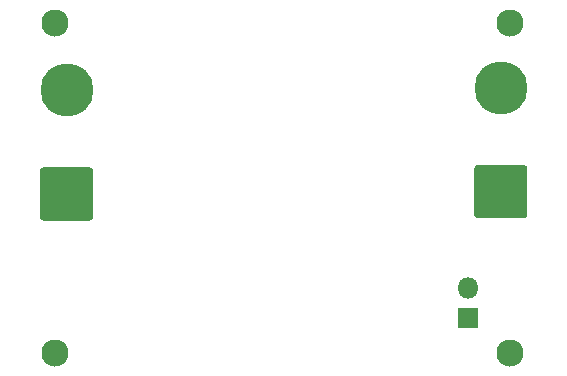
<source format=gbr>
%TF.GenerationSoftware,KiCad,Pcbnew,5.1.6*%
%TF.CreationDate,2020-09-21T04:05:30+02:00*%
%TF.ProjectId,AL8853_Led_driver,414c3838-3533-45f4-9c65-645f64726976,rev?*%
%TF.SameCoordinates,Original*%
%TF.FileFunction,Soldermask,Bot*%
%TF.FilePolarity,Negative*%
%FSLAX46Y46*%
G04 Gerber Fmt 4.6, Leading zero omitted, Abs format (unit mm)*
G04 Created by KiCad (PCBNEW 5.1.6) date 2020-09-21 04:05:30*
%MOMM*%
%LPD*%
G01*
G04 APERTURE LIST*
%ADD10O,1.800000X1.800000*%
%ADD11R,1.800000X1.800000*%
%ADD12C,2.300000*%
%ADD13C,4.500000*%
G04 APERTURE END LIST*
D10*
%TO.C,J2*%
X109000000Y-125960000D03*
D11*
X109000000Y-128500000D03*
%TD*%
D12*
%TO.C,REF\u002A\u002A*%
X112500000Y-131500000D03*
%TD*%
%TO.C,REF\u002A\u002A*%
X74000000Y-131500000D03*
%TD*%
%TO.C,REF\u002A\u002A*%
X74000000Y-103500000D03*
%TD*%
%TO.C,REF\u002A\u002A*%
X112500000Y-103500000D03*
%TD*%
D13*
%TO.C,J3*%
X75000000Y-109200000D03*
G36*
G01*
X76994319Y-120250000D02*
X73005681Y-120250000D01*
G75*
G02*
X72750000Y-119994319I0J255681D01*
G01*
X72750000Y-116005681D01*
G75*
G02*
X73005681Y-115750000I255681J0D01*
G01*
X76994319Y-115750000D01*
G75*
G02*
X77250000Y-116005681I0J-255681D01*
G01*
X77250000Y-119994319D01*
G75*
G02*
X76994319Y-120250000I-255681J0D01*
G01*
G37*
%TD*%
%TO.C,J1*%
X111760000Y-109000000D03*
G36*
G01*
X113754319Y-120050000D02*
X109765681Y-120050000D01*
G75*
G02*
X109510000Y-119794319I0J255681D01*
G01*
X109510000Y-115805681D01*
G75*
G02*
X109765681Y-115550000I255681J0D01*
G01*
X113754319Y-115550000D01*
G75*
G02*
X114010000Y-115805681I0J-255681D01*
G01*
X114010000Y-119794319D01*
G75*
G02*
X113754319Y-120050000I-255681J0D01*
G01*
G37*
%TD*%
M02*

</source>
